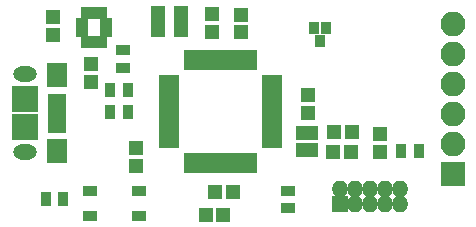
<source format=gts>
G04 #@! TF.FileFunction,Soldermask,Top*
%FSLAX46Y46*%
G04 Gerber Fmt 4.6, Leading zero omitted, Abs format (unit mm)*
G04 Created by KiCad (PCBNEW 4.0.6) date Tue Sep  5 19:33:10 2017*
%MOMM*%
%LPD*%
G01*
G04 APERTURE LIST*
%ADD10C,0.150000*%
%ADD11R,1.150000X1.200000*%
%ADD12R,1.200000X1.150000*%
%ADD13R,1.602740X0.652780*%
%ADD14O,1.997660X1.299160*%
%ADD15R,1.799540X1.997660*%
%ADD16R,2.299920X2.299920*%
%ADD17R,0.900000X1.300000*%
%ADD18R,1.300000X0.900000*%
%ADD19R,1.400000X1.400000*%
%ADD20O,1.400000X1.400000*%
%ADD21R,0.860000X1.050000*%
%ADD22R,1.303020X0.901700*%
%ADD23R,1.700000X0.650000*%
%ADD24R,0.650000X1.700000*%
%ADD25R,0.650000X1.075000*%
%ADD26R,1.075000X0.650000*%
%ADD27R,1.200000X0.750000*%
%ADD28R,1.900000X1.200000*%
%ADD29R,2.100000X2.100000*%
%ADD30O,2.100000X2.100000*%
G04 APERTURE END LIST*
D10*
D11*
X165400000Y-88350000D03*
X165400000Y-86850000D03*
D12*
X157500000Y-95100000D03*
X159000000Y-95100000D03*
X158200000Y-97000000D03*
X156700000Y-97000000D03*
D11*
X150800000Y-91350000D03*
X150800000Y-92850000D03*
X159700000Y-81550000D03*
X159700000Y-80050000D03*
X157200000Y-81500000D03*
X157200000Y-80000000D03*
X143800000Y-80250000D03*
X143800000Y-81750000D03*
X147000000Y-85750000D03*
X147000000Y-84250000D03*
D13*
X144070000Y-87104200D03*
X144070000Y-87754440D03*
X144070000Y-88402140D03*
X144070000Y-89049840D03*
X144070000Y-89700080D03*
D14*
X141400460Y-85102680D03*
X141400460Y-91701600D03*
D15*
X144070000Y-85204280D03*
X144070000Y-91600000D03*
D16*
X141395380Y-87203260D03*
X141395380Y-89601020D03*
D11*
X171500000Y-90200000D03*
X171500000Y-91700000D03*
D12*
X169000000Y-91700000D03*
X167500000Y-91700000D03*
X169050000Y-90000000D03*
X167550000Y-90000000D03*
D17*
X174750000Y-91600000D03*
X173250000Y-91600000D03*
D18*
X163700000Y-96450000D03*
X163700000Y-94950000D03*
D19*
X168060000Y-96100000D03*
D20*
X168060000Y-94830000D03*
X169330000Y-96100000D03*
X169330000Y-94830000D03*
X170600000Y-96100000D03*
X170600000Y-94830000D03*
X171870000Y-96100000D03*
X171870000Y-94830000D03*
X173140000Y-96100000D03*
X173140000Y-94830000D03*
D21*
X166900000Y-81200000D03*
X165900000Y-81200000D03*
X166400000Y-82250000D03*
D17*
X143150000Y-95700000D03*
X144650000Y-95700000D03*
X148600000Y-88300000D03*
X150100000Y-88300000D03*
X148600000Y-86400000D03*
X150100000Y-86400000D03*
D18*
X149700000Y-84550000D03*
X149700000Y-83050000D03*
D22*
X146927360Y-94951160D03*
X151072640Y-94951160D03*
X146927360Y-97100000D03*
X151072640Y-97100000D03*
D23*
X162300000Y-90981108D03*
X162300000Y-90481108D03*
X162300000Y-89981108D03*
X162300000Y-89481108D03*
X162300000Y-88981108D03*
X162300000Y-88481108D03*
X162300000Y-87981108D03*
X162300000Y-87481108D03*
X162300000Y-86981108D03*
X162300000Y-86481108D03*
X162300000Y-85981108D03*
X162300000Y-85481108D03*
D24*
X160700000Y-83881108D03*
X160200000Y-83881108D03*
X159700000Y-83881108D03*
X159200000Y-83881108D03*
X158700000Y-83881108D03*
X158200000Y-83881108D03*
X157700000Y-83881108D03*
X157200000Y-83881108D03*
X156700000Y-83881108D03*
X156200000Y-83881108D03*
X155700000Y-83881108D03*
X155200000Y-83881108D03*
D23*
X153600000Y-85481108D03*
X153600000Y-85981108D03*
X153600000Y-86481108D03*
X153600000Y-86981108D03*
X153600000Y-87481108D03*
X153600000Y-87981108D03*
X153600000Y-88481108D03*
X153600000Y-88981108D03*
X153600000Y-89481108D03*
X153600000Y-89981108D03*
X153600000Y-90481108D03*
X153600000Y-90981108D03*
D24*
X155200000Y-92581108D03*
X155700000Y-92581108D03*
X156200000Y-92581108D03*
X156700000Y-92581108D03*
X157200000Y-92581108D03*
X157700000Y-92581108D03*
X158200000Y-92581108D03*
X158700000Y-92581108D03*
X159200000Y-92581108D03*
X159700000Y-92581108D03*
X160200000Y-92581108D03*
X160700000Y-92581108D03*
D25*
X148000000Y-79875000D03*
X147500000Y-79875000D03*
X147000000Y-79875000D03*
X146500000Y-79875000D03*
D26*
X146237500Y-80637500D03*
X146237500Y-81137500D03*
X146237500Y-81637500D03*
D25*
X146500000Y-82400000D03*
X147000000Y-82400000D03*
X147500000Y-82400000D03*
X148000000Y-82400000D03*
D26*
X148262500Y-81637500D03*
X148262500Y-81137500D03*
X148262500Y-80637500D03*
D27*
X152700000Y-80950000D03*
X154600000Y-80950000D03*
X152700000Y-80300000D03*
X154600000Y-80300000D03*
X154600000Y-81600000D03*
X152700000Y-81600000D03*
X152700000Y-79650000D03*
X154600000Y-79650000D03*
D28*
X165300000Y-91550000D03*
X165300000Y-90050000D03*
D29*
X177600000Y-93540000D03*
D30*
X177600000Y-91000000D03*
X177600000Y-88460000D03*
X177600000Y-85920000D03*
X177600000Y-83380000D03*
X177600000Y-80840000D03*
M02*

</source>
